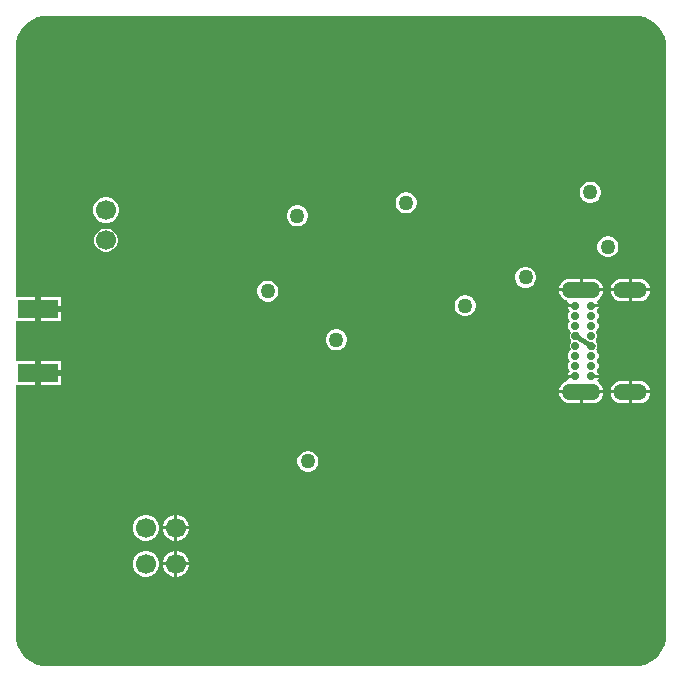
<source format=gbr>
G04*
G04 #@! TF.GenerationSoftware,Altium Limited,Altium Designer,24.9.1 (31)*
G04*
G04 Layer_Physical_Order=4*
G04 Layer_Color=16711680*
%FSLAX25Y25*%
%MOIN*%
G70*
G04*
G04 #@! TF.SameCoordinates,AE1E5416-9686-4E21-8CD7-455353439681*
G04*
G04*
G04 #@! TF.FilePolarity,Positive*
G04*
G01*
G75*
%ADD23R,0.13780X0.05906*%
%ADD60C,0.01575*%
%ADD66C,0.06693*%
%ADD67C,0.21654*%
%ADD68O,0.12795X0.05315*%
%ADD69O,0.11221X0.05315*%
%ADD70C,0.02756*%
%ADD71C,0.01772*%
%ADD72C,0.05000*%
G36*
X206693Y216535D02*
X207662Y216535D01*
X209564Y216157D01*
X211355Y215415D01*
X212967Y214338D01*
X214338Y212967D01*
X215415Y211355D01*
X216157Y209564D01*
X216535Y207662D01*
X216535Y206693D01*
X216535Y206693D01*
X216535Y206693D01*
Y9843D01*
Y8873D01*
X216157Y6972D01*
X215415Y5180D01*
X214338Y3568D01*
X212967Y2197D01*
X211355Y1120D01*
X209564Y378D01*
X207662Y0D01*
X9843D01*
X8873Y-0D01*
X6972Y378D01*
X5180Y1120D01*
X3568Y2197D01*
X2197Y3568D01*
X1120Y5180D01*
X378Y6972D01*
X-0Y8873D01*
X0Y9843D01*
Y93685D01*
X6087D01*
Y94818D01*
X8087D01*
Y93685D01*
X14976D01*
Y96638D01*
X13844D01*
Y98638D01*
X14976D01*
Y101591D01*
X8087D01*
Y100458D01*
X6087D01*
Y101591D01*
X0D01*
Y114945D01*
X6087D01*
Y116077D01*
X8087D01*
Y114945D01*
X14976D01*
Y117898D01*
X13844D01*
Y119898D01*
X14976D01*
Y122850D01*
X8087D01*
Y121718D01*
X6087D01*
Y122850D01*
X0D01*
Y206693D01*
Y207662D01*
X378Y209564D01*
X1120Y211355D01*
X2197Y212967D01*
X3568Y214338D01*
X5180Y215415D01*
X6972Y216157D01*
X8873Y216535D01*
X9843Y216535D01*
X9843Y216535D01*
X206693Y216535D01*
D02*
G37*
%LPC*%
G36*
X191799Y161374D02*
X190878D01*
X189988Y161135D01*
X189190Y160675D01*
X188538Y160023D01*
X188077Y159225D01*
X187839Y158335D01*
Y157413D01*
X188077Y156523D01*
X188538Y155725D01*
X189190Y155073D01*
X189988Y154613D01*
X190878Y154374D01*
X191799D01*
X192690Y154613D01*
X193488Y155073D01*
X194139Y155725D01*
X194600Y156523D01*
X194839Y157413D01*
Y158335D01*
X194600Y159225D01*
X194139Y160023D01*
X193488Y160675D01*
X192690Y161135D01*
X191799Y161374D01*
D02*
G37*
G36*
X130382Y157831D02*
X129461D01*
X128570Y157592D01*
X127772Y157131D01*
X127121Y156480D01*
X126660Y155682D01*
X126421Y154791D01*
Y153870D01*
X126660Y152980D01*
X127121Y152182D01*
X127772Y151530D01*
X128570Y151069D01*
X129461Y150831D01*
X130382D01*
X131272Y151069D01*
X132070Y151530D01*
X132722Y152182D01*
X133183Y152980D01*
X133421Y153870D01*
Y154791D01*
X133183Y155682D01*
X132722Y156480D01*
X132070Y157131D01*
X131272Y157592D01*
X130382Y157831D01*
D02*
G37*
G36*
X30494Y156197D02*
X29349D01*
X28244Y155901D01*
X27253Y155328D01*
X26443Y154519D01*
X25871Y153528D01*
X25575Y152423D01*
Y151278D01*
X25871Y150173D01*
X26443Y149182D01*
X27253Y148372D01*
X28244Y147800D01*
X29349Y147504D01*
X30494D01*
X31599Y147800D01*
X32590Y148372D01*
X33399Y149182D01*
X33972Y150173D01*
X34268Y151278D01*
Y152423D01*
X33972Y153528D01*
X33399Y154519D01*
X32590Y155328D01*
X31599Y155901D01*
X30494Y156197D01*
D02*
G37*
G36*
X94162Y153500D02*
X93240D01*
X92350Y153261D01*
X91552Y152801D01*
X90900Y152149D01*
X90439Y151351D01*
X90201Y150461D01*
Y149539D01*
X90439Y148649D01*
X90900Y147851D01*
X91552Y147199D01*
X92350Y146739D01*
X93240Y146500D01*
X94162D01*
X95052Y146739D01*
X95850Y147199D01*
X96501Y147851D01*
X96962Y148649D01*
X97201Y149539D01*
Y150461D01*
X96962Y151351D01*
X96501Y152149D01*
X95850Y152801D01*
X95052Y153261D01*
X94162Y153500D01*
D02*
G37*
G36*
X30428Y145697D02*
X29415D01*
X28437Y145435D01*
X27560Y144928D01*
X26843Y144212D01*
X26337Y143335D01*
X26075Y142357D01*
Y141344D01*
X26337Y140366D01*
X26843Y139489D01*
X27560Y138772D01*
X28437Y138266D01*
X29415Y138004D01*
X30428D01*
X31406Y138266D01*
X32283Y138772D01*
X32999Y139489D01*
X33506Y140366D01*
X33768Y141344D01*
Y142357D01*
X33506Y143335D01*
X32999Y144212D01*
X32283Y144928D01*
X31406Y145435D01*
X30428Y145697D01*
D02*
G37*
G36*
X197705Y143205D02*
X196783D01*
X195893Y142966D01*
X195095Y142505D01*
X194443Y141854D01*
X193983Y141056D01*
X193744Y140165D01*
Y139244D01*
X193983Y138354D01*
X194443Y137556D01*
X195095Y136904D01*
X195893Y136443D01*
X196783Y136205D01*
X197705D01*
X198595Y136443D01*
X199393Y136904D01*
X200045Y137556D01*
X200506Y138354D01*
X200744Y139244D01*
Y140165D01*
X200506Y141056D01*
X200045Y141854D01*
X199393Y142505D01*
X198595Y142966D01*
X197705Y143205D01*
D02*
G37*
G36*
X170213Y132984D02*
X169291D01*
X168401Y132746D01*
X167603Y132285D01*
X166951Y131633D01*
X166491Y130835D01*
X166252Y129945D01*
Y129024D01*
X166491Y128133D01*
X166951Y127335D01*
X167603Y126683D01*
X168401Y126223D01*
X169291Y125984D01*
X170213D01*
X171103Y126223D01*
X171901Y126683D01*
X172553Y127335D01*
X173014Y128133D01*
X173252Y129024D01*
Y129945D01*
X173014Y130835D01*
X172553Y131633D01*
X171901Y132285D01*
X171103Y132746D01*
X170213Y132984D01*
D02*
G37*
G36*
X207677Y128965D02*
X205224D01*
Y125776D01*
X211300D01*
X211241Y126230D01*
X210872Y127120D01*
X210286Y127884D01*
X209522Y128470D01*
X208632Y128839D01*
X207677Y128965D01*
D02*
G37*
G36*
X192126D02*
X188886D01*
Y125776D01*
X195749D01*
X195689Y126230D01*
X195321Y127120D01*
X194735Y127884D01*
X193971Y128470D01*
X193081Y128839D01*
X192126Y128965D01*
D02*
G37*
G36*
X204224D02*
X201772D01*
X200817Y128839D01*
X199927Y128470D01*
X199163Y127884D01*
X198577Y127120D01*
X198208Y126230D01*
X198148Y125776D01*
X204224D01*
Y128965D01*
D02*
G37*
G36*
X187886D02*
X184646D01*
X183691Y128839D01*
X182801Y128470D01*
X182037Y127884D01*
X181451Y127120D01*
X181082Y126230D01*
X181022Y125776D01*
X187886D01*
Y128965D01*
D02*
G37*
G36*
X211300Y124776D02*
X205224D01*
Y121587D01*
X207677D01*
X208632Y121712D01*
X209522Y122081D01*
X210286Y122667D01*
X210872Y123431D01*
X211241Y124321D01*
X211300Y124776D01*
D02*
G37*
G36*
X204224D02*
X198148D01*
X198208Y124321D01*
X198577Y123431D01*
X199163Y122667D01*
X199927Y122081D01*
X200817Y121712D01*
X201772Y121587D01*
X204224D01*
Y124776D01*
D02*
G37*
G36*
X84319Y128402D02*
X83398D01*
X82507Y128163D01*
X81709Y127702D01*
X81058Y127051D01*
X80597Y126252D01*
X80358Y125362D01*
Y124441D01*
X80597Y123551D01*
X81058Y122752D01*
X81709Y122101D01*
X82507Y121640D01*
X83398Y121402D01*
X84319D01*
X85209Y121640D01*
X86007Y122101D01*
X86659Y122752D01*
X87120Y123551D01*
X87358Y124441D01*
Y125362D01*
X87120Y126252D01*
X86659Y127051D01*
X86007Y127702D01*
X85209Y128163D01*
X84319Y128402D01*
D02*
G37*
G36*
X150067Y123579D02*
X149145D01*
X148255Y123340D01*
X147457Y122879D01*
X146806Y122228D01*
X146345Y121430D01*
X146106Y120539D01*
Y119618D01*
X146345Y118728D01*
X146806Y117930D01*
X147457Y117278D01*
X148255Y116817D01*
X149145Y116579D01*
X150067D01*
X150957Y116817D01*
X151755Y117278D01*
X152407Y117930D01*
X152868Y118728D01*
X153106Y119618D01*
Y120539D01*
X152868Y121430D01*
X152407Y122228D01*
X151755Y122879D01*
X150957Y123340D01*
X150067Y123579D01*
D02*
G37*
G36*
X107154Y112161D02*
X106232D01*
X105342Y111923D01*
X104544Y111462D01*
X103892Y110810D01*
X103431Y110012D01*
X103193Y109122D01*
Y108201D01*
X103431Y107310D01*
X103892Y106512D01*
X104544Y105861D01*
X105342Y105400D01*
X106232Y105161D01*
X107154D01*
X108044Y105400D01*
X108842Y105861D01*
X109494Y106512D01*
X109954Y107310D01*
X110193Y108201D01*
Y109122D01*
X109954Y110012D01*
X109494Y110810D01*
X108842Y111462D01*
X108044Y111923D01*
X107154Y112161D01*
D02*
G37*
G36*
X207677Y94949D02*
X205224D01*
Y91760D01*
X211300D01*
X211241Y92215D01*
X210872Y93104D01*
X210286Y93868D01*
X209522Y94455D01*
X208632Y94823D01*
X207677Y94949D01*
D02*
G37*
G36*
X204224D02*
X201772D01*
X200817Y94823D01*
X199927Y94455D01*
X199163Y93868D01*
X198577Y93104D01*
X198208Y92215D01*
X198148Y91760D01*
X204224D01*
Y94949D01*
D02*
G37*
G36*
X195749Y124776D02*
X188386D01*
X181023D01*
X181082Y124321D01*
X181451Y123431D01*
X182037Y122667D01*
X182801Y122081D01*
X183580Y121758D01*
X183697Y121697D01*
X184120Y120647D01*
X184051Y120480D01*
X186417D01*
Y119480D01*
X184051D01*
X184401Y118633D01*
X184728Y118307D01*
X184401Y117981D01*
X184039Y117107D01*
Y116161D01*
X184401Y115287D01*
X184728Y114961D01*
X184401Y114634D01*
X184039Y113760D01*
Y112814D01*
X184401Y111940D01*
X184524Y111779D01*
X184779Y110938D01*
X184669Y110733D01*
X184664Y110681D01*
X184630Y110642D01*
X184560Y110422D01*
X184564Y110373D01*
X184562Y110369D01*
X184538Y110329D01*
X184507Y110096D01*
X184518Y110055D01*
X184502Y110014D01*
X184506Y109782D01*
X184527Y109734D01*
X184517Y109682D01*
X184539Y109575D01*
Y109567D01*
X184542Y109560D01*
X184564Y109453D01*
X184589Y109417D01*
X184588Y109373D01*
X184670Y109152D01*
X184704Y109117D01*
X184711Y109068D01*
X184829Y108867D01*
X184970Y108299D01*
X184885Y107854D01*
X184825Y107658D01*
X184539Y106968D01*
Y106221D01*
X184825Y105531D01*
X184401Y104595D01*
X184039Y103721D01*
Y102775D01*
X184401Y101901D01*
X184728Y101575D01*
X184401Y101249D01*
X184039Y100375D01*
Y99429D01*
X184401Y98555D01*
X184728Y98228D01*
X184401Y97902D01*
X184051Y97055D01*
X186417D01*
Y96055D01*
X184051D01*
X184120Y95888D01*
X183697Y94839D01*
X183580Y94777D01*
X182801Y94455D01*
X182037Y93868D01*
X181451Y93104D01*
X181082Y92215D01*
X181023Y91760D01*
X188386D01*
X195749D01*
X195689Y92215D01*
X195321Y93104D01*
X194735Y93868D01*
X194219Y94264D01*
X193748Y95208D01*
X194099Y96055D01*
X191732D01*
Y97055D01*
X194099D01*
X193748Y97902D01*
X193422Y98228D01*
X193748Y98555D01*
X194110Y99429D01*
Y100375D01*
X193748Y101249D01*
X193422Y101575D01*
X193748Y101901D01*
X194110Y102775D01*
Y103721D01*
X193748Y104595D01*
X193607Y104796D01*
X193386Y105625D01*
X193492Y105829D01*
X193497Y105883D01*
X193530Y105924D01*
X193597Y106149D01*
X193594Y106182D01*
X193610Y106221D01*
Y106222D01*
X193615Y106230D01*
X193647Y106463D01*
X193633Y106514D01*
X193651Y106563D01*
X193639Y106795D01*
X193620Y106834D01*
X193628Y106877D01*
X193610Y106965D01*
Y106968D01*
X193609Y106971D01*
X193581Y107106D01*
X193553Y107147D01*
X193554Y107197D01*
X193467Y107414D01*
X193432Y107449D01*
X193424Y107498D01*
X193303Y107695D01*
X193198Y108363D01*
X193309Y108832D01*
X193324Y108877D01*
X193610Y109567D01*
Y110315D01*
X193324Y111005D01*
X193748Y111940D01*
X194110Y112814D01*
Y113760D01*
X193748Y114634D01*
X193422Y114961D01*
X193748Y115287D01*
X194110Y116161D01*
Y117107D01*
X193748Y117981D01*
X193422Y118307D01*
X193748Y118633D01*
X194099Y119480D01*
X191732D01*
Y120480D01*
X194099D01*
X193748Y121327D01*
X194219Y122271D01*
X194735Y122667D01*
X195321Y123431D01*
X195689Y124321D01*
X195749Y124776D01*
D02*
G37*
G36*
X211300Y90760D02*
X205224D01*
Y87571D01*
X207677D01*
X208632Y87696D01*
X209522Y88065D01*
X210286Y88651D01*
X210872Y89415D01*
X211241Y90305D01*
X211300Y90760D01*
D02*
G37*
G36*
X204224D02*
X198148D01*
X198208Y90305D01*
X198577Y89415D01*
X199163Y88651D01*
X199927Y88065D01*
X200817Y87696D01*
X201772Y87571D01*
X204224D01*
Y90760D01*
D02*
G37*
G36*
X195749D02*
X188886D01*
Y87571D01*
X192126D01*
X193081Y87696D01*
X193971Y88065D01*
X194735Y88651D01*
X195321Y89415D01*
X195689Y90305D01*
X195749Y90760D01*
D02*
G37*
G36*
X187886D02*
X181022D01*
X181082Y90305D01*
X181451Y89415D01*
X182037Y88651D01*
X182801Y88065D01*
X183691Y87696D01*
X184646Y87571D01*
X187886D01*
Y90760D01*
D02*
G37*
G36*
X97705Y71610D02*
X96783D01*
X95893Y71372D01*
X95095Y70911D01*
X94443Y70259D01*
X93983Y69461D01*
X93744Y68571D01*
Y67650D01*
X93983Y66759D01*
X94443Y65961D01*
X95095Y65310D01*
X95893Y64849D01*
X96783Y64610D01*
X97705D01*
X98595Y64849D01*
X99393Y65310D01*
X100045Y65961D01*
X100506Y66759D01*
X100744Y67650D01*
Y68571D01*
X100506Y69461D01*
X100045Y70259D01*
X99393Y70911D01*
X98595Y71372D01*
X97705Y71610D01*
D02*
G37*
G36*
X53738Y50303D02*
X53665D01*
Y46457D01*
X57512D01*
Y46529D01*
X57216Y47634D01*
X56643Y48625D01*
X55834Y49435D01*
X54843Y50007D01*
X53738Y50303D01*
D02*
G37*
G36*
X52665D02*
X52593D01*
X51488Y50007D01*
X50497Y49435D01*
X49687Y48625D01*
X49115Y47634D01*
X48819Y46529D01*
Y46457D01*
X52665D01*
Y50303D01*
D02*
G37*
G36*
X57512Y45457D02*
X53665D01*
Y41610D01*
X53738D01*
X54843Y41906D01*
X55834Y42479D01*
X56643Y43288D01*
X57216Y44279D01*
X57512Y45384D01*
Y45457D01*
D02*
G37*
G36*
X52665D02*
X48819D01*
Y45384D01*
X49115Y44279D01*
X49687Y43288D01*
X50497Y42479D01*
X51488Y41906D01*
X52593Y41610D01*
X52665D01*
Y45457D01*
D02*
G37*
G36*
X43738Y50303D02*
X42593D01*
X41488Y50007D01*
X40497Y49435D01*
X39687Y48625D01*
X39115Y47634D01*
X38819Y46529D01*
Y45384D01*
X39115Y44279D01*
X39687Y43288D01*
X40497Y42479D01*
X41488Y41906D01*
X42593Y41610D01*
X43738D01*
X44843Y41906D01*
X45834Y42479D01*
X46643Y43288D01*
X47216Y44279D01*
X47512Y45384D01*
Y46529D01*
X47216Y47634D01*
X46643Y48625D01*
X45834Y49435D01*
X44843Y50007D01*
X43738Y50303D01*
D02*
G37*
G36*
X53738Y38302D02*
X53665D01*
Y34456D01*
X57512D01*
Y34528D01*
X57216Y35633D01*
X56643Y36625D01*
X55834Y37434D01*
X54843Y38006D01*
X53738Y38302D01*
D02*
G37*
G36*
X52665D02*
X52593D01*
X51488Y38006D01*
X50497Y37434D01*
X49687Y36625D01*
X49115Y35633D01*
X48819Y34528D01*
Y34456D01*
X52665D01*
Y38302D01*
D02*
G37*
G36*
X57512Y33456D02*
X53665D01*
Y29609D01*
X53738D01*
X54843Y29906D01*
X55834Y30478D01*
X56643Y31287D01*
X57216Y32278D01*
X57512Y33384D01*
Y33456D01*
D02*
G37*
G36*
X52665D02*
X48819D01*
Y33384D01*
X49115Y32278D01*
X49687Y31287D01*
X50497Y30478D01*
X51488Y29906D01*
X52593Y29609D01*
X52665D01*
Y33456D01*
D02*
G37*
G36*
X43738Y38302D02*
X42593D01*
X41488Y38006D01*
X40497Y37434D01*
X39687Y36625D01*
X39115Y35633D01*
X38819Y34528D01*
Y33384D01*
X39115Y32278D01*
X39687Y31287D01*
X40497Y30478D01*
X41488Y29906D01*
X42593Y29609D01*
X43738D01*
X44843Y29906D01*
X45834Y30478D01*
X46643Y31287D01*
X47216Y32278D01*
X47512Y33384D01*
Y34528D01*
X47216Y35633D01*
X46643Y36625D01*
X45834Y37434D01*
X44843Y38006D01*
X43738Y38302D01*
D02*
G37*
%LPD*%
G36*
X186665Y111299D02*
X186894Y111236D01*
X187102Y111138D01*
X187295Y111004D01*
X187461Y110843D01*
X187598Y110653D01*
X187701Y110445D01*
X187768Y110221D01*
X187795Y110000D01*
X191175Y107855D01*
X191177Y107854D01*
X191390Y107929D01*
X191622Y107968D01*
X191854Y107965D01*
X192083Y107925D01*
X192303Y107846D01*
X192508Y107732D01*
X192689Y107587D01*
X192842Y107409D01*
X192965Y107213D01*
X193051Y106996D01*
X193098Y106768D01*
X193110Y106535D01*
X193079Y106303D01*
X193012Y106079D01*
X192905Y105874D01*
X192768Y105685D01*
X192602Y105524D01*
X192409Y105390D01*
X192197Y105295D01*
X191969Y105236D01*
X191736Y105213D01*
X191504Y105232D01*
X191279Y105291D01*
X191067Y105386D01*
X190874Y105512D01*
X190705Y105673D01*
X190563Y105858D01*
X190457Y106067D01*
X190386Y106291D01*
X190354Y106508D01*
X186949Y108669D01*
X186736Y108598D01*
X186504Y108567D01*
X186272Y108571D01*
X186043Y108614D01*
X185823Y108697D01*
X185622Y108815D01*
X185445Y108965D01*
X185295Y109142D01*
X185177Y109343D01*
X185094Y109563D01*
X185047Y109791D01*
X185043Y110024D01*
X185075Y110256D01*
X185146Y110476D01*
X185256Y110681D01*
X185398Y110866D01*
X185567Y111028D01*
X185764Y111153D01*
X185976Y111248D01*
X186201Y111303D01*
X186433Y111319D01*
X186665Y111299D01*
D02*
G37*
D23*
X7087Y97638D02*
D03*
Y118898D02*
D03*
D60*
X140952Y113175D02*
D03*
Y110600D02*
D03*
X141119Y108031D02*
D03*
X140952Y105462D02*
D03*
X142203Y93372D02*
D03*
X144666Y94122D02*
D03*
X144807Y96693D02*
D03*
Y99268D02*
D03*
X144265Y101785D02*
D03*
Y104360D02*
D03*
X146213Y106043D02*
D03*
X151363D02*
D03*
X153510Y104623D02*
D03*
X154856Y102427D02*
D03*
X157431D02*
D03*
X158427Y114057D02*
D03*
X155852Y114108D02*
D03*
X153544Y112967D02*
D03*
X152833Y110492D02*
D03*
X150258D02*
D03*
X147683D02*
D03*
X145108D02*
D03*
X144265Y112925D02*
D03*
X144599Y115478D02*
D03*
X144807Y118044D02*
D03*
X165276Y113609D02*
D03*
X163100Y114200D02*
D03*
X160600Y114300D02*
D03*
X159613Y111342D02*
D03*
X159709Y108768D02*
D03*
X159613Y106195D02*
D03*
X159636Y103621D02*
D03*
X161918Y102427D02*
D03*
X164492Y102471D02*
D03*
X171687Y103549D02*
D03*
X172324Y106043D02*
D03*
X174899D02*
D03*
X177473D02*
D03*
X180048Y106036D02*
D03*
X182623D02*
D03*
X194384Y107056D02*
D03*
X194414Y109631D02*
D03*
X184011Y111167D02*
D03*
X181528Y110485D02*
D03*
X178953Y110492D02*
D03*
X176379D02*
D03*
X173804D02*
D03*
X171687Y111958D02*
D03*
X900Y104000D02*
D03*
X28359Y146246D02*
D03*
X26268Y144743D02*
D03*
X25289Y142361D02*
D03*
X25718Y139823D02*
D03*
X27424Y137894D02*
D03*
X27729Y135337D02*
D03*
Y132763D02*
D03*
Y130188D02*
D03*
Y127613D02*
D03*
Y125038D02*
D03*
Y122463D02*
D03*
Y119888D02*
D03*
Y117314D02*
D03*
Y114739D02*
D03*
X26778Y112346D02*
D03*
X25581Y110066D02*
D03*
X23006D02*
D03*
X20431D02*
D03*
X17857D02*
D03*
X15289Y110259D02*
D03*
X14053Y112518D02*
D03*
X11478Y112533D02*
D03*
X8903D02*
D03*
X6328D02*
D03*
X3754D02*
D03*
X1179D02*
D03*
X3200Y104000D02*
D03*
X5415Y104002D02*
D03*
X7989D02*
D03*
X10564D02*
D03*
X13139D02*
D03*
X15289Y105419D02*
D03*
X17640Y106469D02*
D03*
X20215D02*
D03*
X22790D02*
D03*
X25365D02*
D03*
X27919Y106143D02*
D03*
X30493Y106109D02*
D03*
X33041Y105735D02*
D03*
X35615D02*
D03*
X38190D02*
D03*
X40658Y106469D02*
D03*
X43233D02*
D03*
X53675Y108578D02*
D03*
X42423Y110066D02*
D03*
X39887Y110507D02*
D03*
X37328Y110801D02*
D03*
X34754D02*
D03*
X32187Y110592D02*
D03*
X32254Y113166D02*
D03*
X31326Y115568D02*
D03*
Y118142D02*
D03*
Y120717D02*
D03*
Y123292D02*
D03*
Y125867D02*
D03*
Y128442D02*
D03*
Y131016D02*
D03*
Y133591D02*
D03*
Y136166D02*
D03*
X32861Y138233D02*
D03*
X34339Y140342D02*
D03*
X34477Y142913D02*
D03*
X33214Y145156D02*
D03*
X30966Y146412D02*
D03*
D66*
X43165Y33956D02*
D03*
X53165D02*
D03*
Y45957D02*
D03*
X43165D02*
D03*
X29921Y141850D02*
D03*
Y151850D02*
D03*
D67*
X15748Y15748D02*
D03*
X200787D02*
D03*
Y200787D02*
D03*
X15748D02*
D03*
D68*
X188386Y91260D02*
D03*
Y125276D02*
D03*
D69*
X204724Y91260D02*
D03*
Y125276D02*
D03*
D70*
X186417Y96555D02*
D03*
Y99902D02*
D03*
Y103248D02*
D03*
Y106595D02*
D03*
Y109941D02*
D03*
Y113287D02*
D03*
Y116634D02*
D03*
Y119980D02*
D03*
X191732D02*
D03*
Y116634D02*
D03*
Y113287D02*
D03*
Y109941D02*
D03*
Y106595D02*
D03*
Y103248D02*
D03*
Y99902D02*
D03*
Y96555D02*
D03*
D71*
X153937Y116929D02*
D03*
X212992Y187795D02*
D03*
X207086Y175984D02*
D03*
X212992Y164173D02*
D03*
X207086Y152362D02*
D03*
X212992Y140551D02*
D03*
Y116929D02*
D03*
X207086Y105118D02*
D03*
X212992Y93307D02*
D03*
X207086Y81496D02*
D03*
X212992Y69685D02*
D03*
Y46063D02*
D03*
X207086Y34252D02*
D03*
X212992Y22441D02*
D03*
X201181Y187795D02*
D03*
Y164173D02*
D03*
X195275Y152362D02*
D03*
X201181Y116929D02*
D03*
X195275Y81496D02*
D03*
X201181Y46063D02*
D03*
X195275Y34252D02*
D03*
X183465Y199606D02*
D03*
X189370Y187795D02*
D03*
X183465Y175984D02*
D03*
X189370Y164173D02*
D03*
X183465Y81496D02*
D03*
Y34252D02*
D03*
X189370Y22441D02*
D03*
X183465Y10630D02*
D03*
X171653Y199606D02*
D03*
X177559Y187795D02*
D03*
X171653Y152362D02*
D03*
X177559Y116929D02*
D03*
X171653Y34252D02*
D03*
X177559Y22441D02*
D03*
X171653Y10630D02*
D03*
X159842Y199606D02*
D03*
X165748Y187795D02*
D03*
X159842Y175984D02*
D03*
X165748Y164173D02*
D03*
X159842Y152362D02*
D03*
X165748Y140551D02*
D03*
Y93307D02*
D03*
X159842Y34252D02*
D03*
X165748Y22441D02*
D03*
X159842Y10630D02*
D03*
X148031Y199606D02*
D03*
X153937Y187795D02*
D03*
X148031Y175984D02*
D03*
X153937Y164173D02*
D03*
Y140551D02*
D03*
Y93307D02*
D03*
Y22441D02*
D03*
X148031Y10630D02*
D03*
X136220Y199606D02*
D03*
X142126Y187795D02*
D03*
X136220Y175984D02*
D03*
X142126Y164173D02*
D03*
Y140551D02*
D03*
X136220Y81496D02*
D03*
Y57874D02*
D03*
Y10630D02*
D03*
X124409Y199606D02*
D03*
X130315Y187795D02*
D03*
X124409Y175984D02*
D03*
Y152362D02*
D03*
Y128740D02*
D03*
X130315Y69685D02*
D03*
X112598Y199606D02*
D03*
X118504Y187795D02*
D03*
X112598Y175984D02*
D03*
X118504Y164173D02*
D03*
X112598Y152362D02*
D03*
X118504Y140551D02*
D03*
X112598Y128740D02*
D03*
Y105118D02*
D03*
Y81496D02*
D03*
X118504Y69685D02*
D03*
X100787Y199606D02*
D03*
X106693Y187795D02*
D03*
X100787Y175984D02*
D03*
Y152362D02*
D03*
X106693Y140551D02*
D03*
X100787Y128740D02*
D03*
X106693Y116929D02*
D03*
X100787Y57874D02*
D03*
Y10630D02*
D03*
X88976Y199606D02*
D03*
X94882Y187795D02*
D03*
X88976Y175984D02*
D03*
X94882Y140551D02*
D03*
Y93307D02*
D03*
X88976Y57874D02*
D03*
X94882Y46063D02*
D03*
Y22441D02*
D03*
X88976Y10630D02*
D03*
X77165Y199606D02*
D03*
X83071Y187795D02*
D03*
X77165Y175984D02*
D03*
X83071Y140551D02*
D03*
X77165Y128740D02*
D03*
Y105118D02*
D03*
Y57874D02*
D03*
X83071Y22441D02*
D03*
X77165Y10630D02*
D03*
X65354Y199606D02*
D03*
X71260Y187795D02*
D03*
X65354Y175984D02*
D03*
X71260Y164173D02*
D03*
Y140551D02*
D03*
Y116929D02*
D03*
X65354Y105118D02*
D03*
X71260Y93307D02*
D03*
X65354Y81496D02*
D03*
X71260Y69685D02*
D03*
Y46063D02*
D03*
X65354Y34252D02*
D03*
X71260Y22441D02*
D03*
X65354Y10630D02*
D03*
X53543Y199606D02*
D03*
X59449Y187795D02*
D03*
X53543Y175984D02*
D03*
X59449Y140551D02*
D03*
Y116929D02*
D03*
Y93307D02*
D03*
X53543Y57874D02*
D03*
X59449Y46063D02*
D03*
Y22441D02*
D03*
X53543Y10630D02*
D03*
X41732Y199606D02*
D03*
X47638Y187795D02*
D03*
X41732Y175984D02*
D03*
X47638Y164173D02*
D03*
Y140551D02*
D03*
Y116929D02*
D03*
X41732Y81496D02*
D03*
Y57874D02*
D03*
X47638Y22441D02*
D03*
X41732Y10630D02*
D03*
X29921Y199606D02*
D03*
X35827Y187795D02*
D03*
X29921Y175984D02*
D03*
X35827Y164173D02*
D03*
Y93307D02*
D03*
X29921Y81496D02*
D03*
Y57874D02*
D03*
Y34252D02*
D03*
X35827Y22441D02*
D03*
X29921Y10630D02*
D03*
X24016Y187795D02*
D03*
X18110Y175984D02*
D03*
X24016Y164173D02*
D03*
X18110Y152362D02*
D03*
Y128740D02*
D03*
X24016Y93307D02*
D03*
Y69685D02*
D03*
X18110Y57874D02*
D03*
X24016Y46063D02*
D03*
X18110Y34252D02*
D03*
X12205Y187795D02*
D03*
X6299Y175984D02*
D03*
X12205Y164173D02*
D03*
X6299Y152362D02*
D03*
X12205Y140551D02*
D03*
X6299Y128740D02*
D03*
Y81496D02*
D03*
X12205Y69685D02*
D03*
X6299Y57874D02*
D03*
X12205Y46063D02*
D03*
X6299Y34252D02*
D03*
D72*
X149606Y120079D02*
D03*
X106693Y108661D02*
D03*
X169752Y129484D02*
D03*
X97244Y68110D02*
D03*
X129921Y154331D02*
D03*
X83858Y124902D02*
D03*
X93701Y150000D02*
D03*
X197244Y139705D02*
D03*
X191339Y157874D02*
D03*
M02*

</source>
